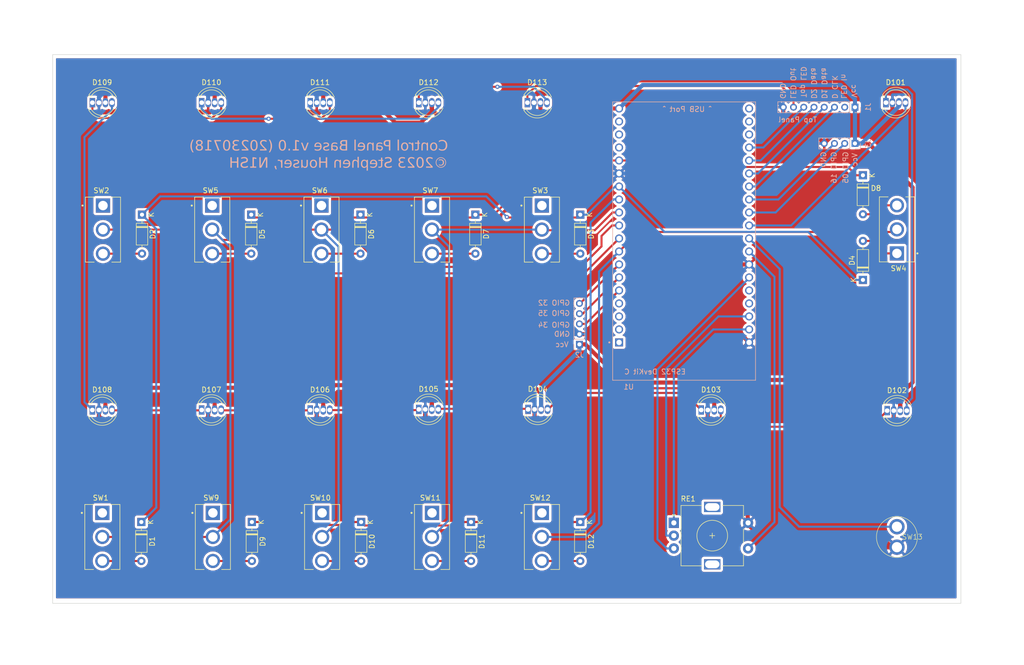
<source format=kicad_pcb>
(kicad_pcb (version 20221018) (generator pcbnew)
  (layers (0 "F.Cu" signal) (31 "B.Cu" signal) (34 "B.Paste" user) (35 "F.Paste" user) (36 "B.SilkS" user "B.Silkscreen") (37 "F.SilkS" user "F.Silkscreen") (38 "B.Mask" user) (39 "F.Mask" user) (44 "Edge.Cuts" user))
  (net 0 "")
  (net 1 "Net-(D3-A)")
  (net 2 "GND")
  (net 3 "VCC")
  (net 14 "/LED Master")
  (net 15 "/Col 0")
  (net 16 "/Col 1")
  (net 17 "/Col 2")
  (net 18 "/Col 3")
  (net 19 "/Display CLK")
  (net 20 "/Display_1 Data")
  (net 21 "/Display_2 Data")
  (net 22 "/TopLED")
  (net 23 "Net-(D101-DO)")
  (net 24 "Net-(D102-DO)")
  (net 25 "Net-(D103-DO)")
  (net 26 "Net-(D104-DO)")
  (net 27 "Net-(D105-DO)")
  (net 28 "Net-(D106-DO)")
  (net 29 "Net-(D107-DO)")
  (net 30 "Net-(D108-DO)")
  (net 31 "Net-(D109-DO)")
  (net 32 "Net-(D110-DO)")
  (net 33 "Net-(D111-DO)")
  (net 34 "Net-(D112-DO)")
  (net 35 "/LED Data")
  (net 36 "/Rotary1 A")
  (net 37 "/Rotary1 B")
  (net 38 "/Rotary1 C")
  (net 39 "/Rotary1 SW")
  (net 40 "/Row 0")
  (net 41 "/Row 1")
  (net 42 "/Row 2")
  (net 52 "/Call Button")
  (net 53 "Net-(D4-A)")
  (net 55 "Net-(D8-A)")
  (net 56 "Net-(D1-A)")
  (net 57 "Net-(D2-A)")
  (net 58 "Net-(D5-A)")
  (net 59 "Net-(D6-A)")
  (net 60 "Net-(D7-A)")
  (net 61 "Net-(D9-A)")
  (net 62 "Net-(D10-A)")
  (net 63 "Net-(D11-A)")
  (net 64 "Net-(D12-A)")
  (net 65 "/LED Data Out")
  (net 66 "/IO34")
  (net 67 "/IO35")
  (net 68 "/IO32")
  (net 69 "/IO5")
  (net 70 "/IO16")
  (footprint "LED_THT:LED_D5.0mm-4_RGB" (layer "F.Cu") (at 212.1795 49.9419)
    (fp_text reference "D101")
    (fp_text value "APA-106-F5")
  )
  (footprint "Diode_THT:D_DO-35_SOD27_P7.62mm_Horizontal" (layer "F.Cu") (at 66.753 131.905 -90)
    (fp_text reference "D1")
    (fp_text value "1N4148")
  )
  (footprint "stephenhouser:RotaryEncoder_Alps_EC11E-Switch_Vertical_H20mm" (layer "F.Cu") (at 170.755 132.072)
    (fp_text reference "RE1")
    (fp_text value "RotaryEncoder_Switch")
  )
  (footprint "LED_THT:LED_D5.0mm-4_RGB" (layer "F.Cu") (at 78.5315 49.9419)
    (fp_text reference "D110")
    (fp_text value "APA-106-F5")
  )
  (footprint "LED_THT:LED_D5.0mm-4_RGB" (layer "F.Cu") (at 57.1955 49.9419)
    (fp_text reference "D109")
    (fp_text value "APA-106-F5")
  )
  (footprint "stephenhouser:SW_Mini_Toggle_100SP1T1B4M2QE" (layer "F.Cu") (at 214.327 74.7069 180)
    (fp_text reference "SW4")
    (fp_text value "SW_SPDT" hide)
  )
  (footprint "Diode_THT:D_DO-35_SOD27_P7.62mm_Horizontal" (layer "F.Cu") (at 152.478 131.905 -90)
    (fp_text reference "D12")
    (fp_text value "1N4148")
  )
  (footprint "stephenhouser:SW_Mini_Toggle_100SP1T1B4M2QE" (layer "F.Cu") (at 144.985 134.826)
    (fp_text reference "SW12")
    (fp_text value "SW_SPDT" hide)
  )
  (footprint "stephenhouser:SW_Mini_Toggle_100SP1T1B4M2QE" (layer "F.Cu") (at 101.932 74.755)
    (fp_text reference "SW6")
    (fp_text value "SW_SPDT" hide)
  )
  (footprint "stephenhouser:SW_Mini_Toggle_100SP1T1B4M2QE" (layer "F.Cu") (at 59.26 74.755)
    (fp_text reference "SW2")
    (fp_text value "SW_SPDT" hide)
  )
  (footprint "Diode_THT:D_DO-35_SOD27_P7.62mm_Horizontal" (layer "F.Cu") (at 109.552 71.835 -90)
    (fp_text reference "D6")
    (fp_text value "1N4148")
  )
  (footprint "Diode_THT:D_DO-35_SOD27_P7.62mm_Horizontal" (layer "F.Cu") (at 152.478 71.835 -90)
    (fp_text reference "D3")
    (fp_text value "1N4148")
  )
  (footprint "Diode_THT:D_DO-35_SOD27_P7.62mm_Horizontal" (layer "F.Cu") (at 88.216 71.835 -90)
    (fp_text reference "D5")
    (fp_text value "1N4148")
  )
  (footprint "stephenhouser:SW_Mini_Toggle_100SP1T1B4M2QE" (layer "F.Cu") (at 102.059 134.826)
    (fp_text reference "SW10")
    (fp_text value "SW_SPDT" hide)
  )
  (footprint "stephenhouser:SW_Mini_Pushbutton_PS1024ALRED" (layer "F.Cu") (at 214.327 134.826)
    (fp_text reference "SW13")
    (fp_text value "SW_Push")
  )
  (footprint "stephenhouser:SW_Mini_Toggle_100SP1T1B4M2QE" (layer "F.Cu") (at 123.522 134.826)
    (fp_text reference "SW11")
    (fp_text value "SW_SPDT" hide)
  )
  (footprint "stephenhouser:SW_Mini_Toggle_100SP1T1B4M2QE" (layer "F.Cu") (at 123.522 74.755)
    (fp_text reference "SW7")
    (fp_text value "SW_SPDT" hide)
  )
  (footprint "LED_THT:LED_D5.0mm-4_RGB" (layer "F.Cu") (at 78.5265 110.0129)
    (fp_text reference "D107")
    (fp_text value "APA-106-F5")
  )
  (footprint "LED_THT:LED_D5.0mm-4_RGB" (layer "F.Cu") (at 120.9495 49.9419)
    (fp_text reference "D112")
    (fp_text value "APA-106-F5")
  )
  (footprint "Diode_THT:D_DO-35_SOD27_P7.62mm_Horizontal" (layer "F.Cu") (at 131.142 131.905 -90)
    (fp_text reference "D11")
    (fp_text value "1N4148")
  )
  (footprint "Diode_THT:D_DO-35_SOD27_P7.62mm_Horizontal" (layer "F.Cu") (at 66.88 71.835 -90)
    (fp_text reference "D2")
    (fp_text value "1N4148")
  )
  (footprint "LED_THT:LED_D5.0mm-4_RGB" (layer "F.Cu") (at 142.1585 49.9419)
    (fp_text reference "D113")
    (fp_text value "APA-106-F5")
  )
  (footprint "LED_THT:LED_D5.0mm-4_RGB" (layer "F.Cu") (at 176.105 110.0129)
    (fp_text reference "D103")
    (fp_text value "APA-106-F5")
  )
  (footprint "Diode_THT:D_DO-35_SOD27_P7.62mm_Horizontal" (layer "F.Cu") (at 207.6855 64.135 -90)
    (fp_text reference "D8")
    (fp_text value "1N4148")
  )
  (footprint "LED_THT:LED_D5.0mm-4_RGB" (layer "F.Cu") (at 212.427 110.1399)
    (fp_text reference "D102")
    (fp_text value "APA-106-F5")
  )
  (footprint "LED_THT:LED_D5.0mm-4_RGB" (layer "F.Cu") (at 99.7405 49.9419)
    (fp_text reference "D111")
    (fp_text value "APA-106-F5")
  )
  (footprint "Diode_THT:D_DO-35_SOD27_P7.62mm_Horizontal" (layer "F.Cu") (at 131.995 71.835 -90)
    (fp_text reference "D7")
    (fp_text value "1N4148")
  )
  (footprint "stephenhouser:SW_Mini_Toggle_100SP1T1B4M2QE" (layer "F.Cu") (at 80.596 74.755)
    (fp_text reference "SW5")
    (fp_text value "SW_SPDT" hide)
  )
  (footprint "Diode_THT:D_DO-35_SOD27_P7.62mm_Horizontal" (layer "F.Cu") (at 207.6855 84.582 90)
    (fp_text reference "D4")
    (fp_text value "1N4148")
  )
  (footprint "LED_THT:LED_D5.0mm-4_RGB" (layer "F.Cu") (at 142.2805 109.8859)
    (fp_text reference "D104")
    (fp_text value "APA-106-F5")
  )
  (footprint "Diode_THT:D_DO-35_SOD27_P7.62mm_Horizontal" (layer "F.Cu") (at 88.343 131.905 -90)
    (fp_text reference "D9")
    (fp_text value "1N4148")
  )
  (footprint "stephenhouser:SW_Mini_Toggle_100SP1T1B4M2QE" (layer "F.Cu") (at 80.723 134.826)
    (fp_text reference "SW9")
    (fp_text value "SW_SPDT" hide)
  )
  (footprint "stephenhouser:SW_Mini_Toggle_100SP1T1B4M2QE" (layer "F.Cu") (at 59.133 134.826)
    (fp_text reference "SW1")
    (fp_text value "SW_SPDT" hide)
  )
  (footprint "LED_THT:LED_D5.0mm-4_RGB" (layer "F.Cu") (at 120.9445 109.8859)
    (fp_text reference "D105")
    (fp_text value "APA-106-F5")
  )
  (footprint "stephenhouser:SW_Mini_Toggle_100SP1T1B4M2QE" (layer "F.Cu") (at 144.985 74.755)
    (fp_text reference "SW3")
    (fp_text value "SW_SPDT" hide)
  )
  (footprint "Diode_THT:D_DO-35_SOD27_P7.62mm_Horizontal" (layer "F.Cu") (at 109.679 131.905 -90)
    (fp_text reference "D10")
    (fp_text value "1N4148")
  )
  (footprint "LED_THT:LED_D5.0mm-4_RGB" (layer "F.Cu") (at 99.7355 110.0129)
    (fp_text reference "D106")
    (fp_text value "APA-106-F5")
  )
  (footprint "LED_THT:LED_D5.0mm-4_RGB" (layer "F.Cu") (at 57.1905 110.0129)
    (fp_text reference "D108")
    (fp_text value "APA-106-F5")
  )
  (footprint "stephenhouser:MCU_ESP32-Devkit-C-32D" (layer "B.Cu") (at 172.7605 77.0449)
    (fp_text reference "U1")
    (fp_text value "MCU_ESP32-Devkit-C-32D")
  )
  (footprint "Connector_PinHeader_2.00mm:PinHeader_1x05_P2.00mm_Vertical" (layer "B.Cu") (at 152.3135 97.186)
    (fp_text reference "J2")
    (fp_text value "Conn_01x05_Socket")
  )
  (footprint "Connector_PinHeader_2.00mm:PinHeader_1x04_P2.00mm_Vertical" (layer "B.Cu") (at 206.1285 57.913 90)
    (fp_text reference "J3")
    (fp_text value "Conn_01x04_Socket")
  )
  (footprint "Connector_PinHeader_2.00mm:PinHeader_1x08_P2.00mm_Vertical" (layer "B.Cu") (at 206.1285 50.8309 90)
    (fp_text reference "J1")
    (fp_text value "Conn_01x08_Socket")
  )
  (gr_rect (start 49.43 40.541) (end 226.824 147.808) (stroke (width 0.1)) (fill none) (layer "Edge.Cuts"))
  (gr_text "Vcc" (at 205.399474 49.022 270) (layer "B.SilkS") (effects (font (size 1 1)) (justify left bottom mirror)))
  (gr_text "Control Panel Base v1.0 (20230718)\n©2023 Stephen Houser, N1SH" (at 126.659474 62.992) (layer "B.SilkS") (effects (font (size 2 2)) (justify left bottom mirror)))
  (gr_text "GND" (at 150.535474 95.758) (layer "B.SilkS") (effects (font (size 1 1)) (justify left bottom mirror)))
  (gr_text "Vcc" (at 206.669474 59.69 90) (layer "B.SilkS") (effects (font (size 1 1)) (justify left bottom mirror)))
  (gr_text "D1 Data" (at 199.557474 49.276 270) (layer "B.SilkS") (effects (font (size 1 1)) (justify left bottom mirror)))
  (gr_text "^ USB Port ^" (at 178.221474 51.816) (layer "B.SilkS") (effects (font (size 1 1)) (justify left bottom mirror)))
  (gr_text "GPIO 05" (at 204.891474 59.436 90) (layer "B.SilkS") (effects (font (size 1 1)) (justify left bottom mirror)))
  (gr_text "GPIO 35" (at 150.535474 91.694) (layer "B.SilkS") (effects (font (size 1 1)) (justify left bottom mirror)))
  (gr_text "D2 Data" (at 197.525474 49.276 270) (layer "B.SilkS") (effects (font (size 1 1)) (justify left bottom mirror)))
  (gr_text "GPIO 16" (at 202.605474 59.436 90) (layer "B.SilkS") (effects (font (size 1 1)) (justify left bottom mirror)))
  (gr_text "LED In" (at 203.367474 49.276 270) (layer "B.SilkS") (effects (font (size 1 1)) (justify left bottom mirror)))
  (gr_text "Top LED" (at 195.493474 49.022 270) (layer "B.SilkS") (effects (font (size 1 1)) (justify left bottom mirror)))
  (gr_text "GND" (at 191.429474 49.276 -90) (layer "B.SilkS") (effects (font (size 1 1)) (justify left bottom mirror)))
  (gr_text "GPIO 32" (at 150.535474 89.662) (layer "B.SilkS") (effects (font (size 1 1)) (justify left bottom mirror)))
  (gr_text "GPIO 34" (at 150.535474 93.98) (layer "B.SilkS") (effects (font (size 1 1)) (justify left bottom mirror)))
  (gr_text "D CLK" (at 201.589474 49.276 270) (layer "B.SilkS") (effects (font (size 1 1)) (justify left bottom mirror)))
  (gr_text "Top Panel" (at 198.795474 53.848) (layer "B.SilkS") (effects (font (size 1 1)) (justify left bottom mirror)))
  (gr_text "LED Out" (at 193.461474 49.276 -90) (layer "B.SilkS") (effects (font (size 1 1)) (justify left bottom mirror)))
  (gr_text "ESP32 DevKit C" (at 173.141474 103.124) (layer "B.SilkS") (effects (font (size 1 1)) (justify left bottom mirror)))
  (gr_text "Vcc" (at 150.281474 97.79) (layer "B.SilkS") (effects (font (size 1 1)) (justify left bottom mirror)))
  (gr_text "GND" (at 200.573474 59.436 90) (layer "B.SilkS") (effects (font (size 1 1)) (justify left bottom mirror)))
  (segment (start 152.478 79.455) (end 144.985 79.455) (width 0.4) (layer "F.Cu") (net 1))
  (segment (start 185.628 131.698) (end 185.255 132.072) (width 0.8) (layer "F.Cu") (net 2))
  (segment (start 194.020274 54.356) (end 196.5715 54.356) (width 0.8) (layer "F.Cu") (net 2))
  (segment (start 213.45 50.7231) (end 213.45 51.741074) (width 0.8) (layer "F.Cu") (net 2))
  (segment (start 102.572 112.979) (end 101.006 111.413) (width 0.8) (layer "F.Cu") (net 2))
  (segment (start 122.2145 110.9355) (end 122.2145 109.8859) (width 0.8) (layer "F.Cu") (net 2))
  (segment (start 213.697 110.1399) (end 213.697 113.368474) (width 0.8) (layer "F.Cu") (net 2))
  (segment (start 185.181 119.219) (end 185.181 131.251) (width 0.8) (layer "F.Cu") (net 2))
  (segment (start 213.45 51.741074) (end 210.835074 54.356) (width 0.8) (layer "F.Cu") (net 2))
  (segment (start 213.4495 50.7226) (end 213.45 50.7231) (width 0.8) (layer "F.Cu") (net 2))
  (segment (start 203.6855 54.356) (end 200.1285 57.913) (width 0.8) (layer "F.Cu") (net 2))
  (segment (start 77.8755 113.284) (end 79.7965 111.363) (width 0.8) (layer "F.Cu") (net 2))
  (segment (start 122.214 111.286) (end 120.521 112.979) (width 0.8) (layer "F.Cu") (net 2))
  (segment (start 185.404174 96.8049) (end 182.387074 99.822) (width 0.8) (layer "F.Cu") (net 2))
  (segment (start 79.7965 110.013) (end 79.7965 111.363) (width 0.8) (layer "F.Cu") (net 2))
  (segment (start 142.305474 112.878) (end 123.806 112.878) (width 0.8) (layer "F.Cu") (net 2))
  (segment (start 213.295074 136.826) (end 214.327 136.826) (width 0.8) (layer "F.Cu") (net 2))
  (segment (start 192.1285 52.464226) (end 194.020274 54.356) (width 0.8) (layer "F.Cu") (net 2))
  (segment (start 214.327 136.826) (end 214.2978 136.8552) (width 0.8) (layer "F.Cu") (net 2))
  (segment (start 181.93 93.2743) (end 184.191 95.535) (width 0.8) (layer "F.Cu") (net 2))
  (segment (start 99.5408 112.878) (end 81.3108 112.878) (width 0.8) (layer "F.Cu") (net 2))
  (segment (start 60.5175 113.284) (end 77.8755 113.284) (width 0.8) (layer "F.Cu") (net 2))
  (segment (start 213.697 113.368474) (end 210.581074 116.4844) (width 0.8) (layer "F.Cu") (net 2))
  (segment (start 181.93 83.769074) (end 181.93 93.2743) (width 0.8) (layer "F.Cu") (net 2))
  (segment (start 123.806 112.878) (end 122.214 111.286) (width 0.8) (layer "F.Cu") (net 2))
  (segment (start 101.0059 110.0129) (end 101.006 110.013) (width 0.8) (layer "F.Cu") (net 2))
  (segment (start 210.581074 116.4844) (end 210.581074 134.112) (width 0.8) (layer "F.Cu") (net 2))
  (segment (start 214.2978 136.8552) (end 189.702274 136.8552) (width 0.8) (layer "F.Cu") (net 2))
  (segment (start 143.5505 109.8859) (end 143.5501 109.8859) (width 0.8) (layer "F.Cu") (net 2))
  (segment (start 196.5715 54.356) (end 200.1285 57.913) (width 0.8) (layer "F.Cu") (net 2))
  (segment (start 143.55 109.886) (end 143.55 111.633474) (width 0.8) (layer "F.Cu") (net 2))
  (segment (start 177.375 110.0129) (end 177.375 110.013) (width 0.8) (layer "F.Cu") (net 2))
  (segment (start 120.521 112.979) (end 102.572 112.979) (width 0.8) (layer "F.Cu") (net 2))
  (segment (start 101.006 110.013) (end 101.006 111.413) (width 0.8) (layer "F.Cu") (net 2))
  (segment (start 122.214 110.936) (end 122.214 110.586) (width 0.8) (layer "F.Cu") (net 2))
  (segment (start 185.4605 81.5649) (end 184.134174 81.5649) (width 0.8) (layer "F.Cu") (net 2))
  (segment (start 185.4605 96.8049) (end 185.404174 96.8049) (width 0.8) (layer "F.Cu") (net 2))
  (segment (start 213.45 50.7231) (end 213.45 50.6419) (width 0.8) (layer "F.Cu") (net 2))
  (segment (start 122.214 110.936) (end 122.2145 110.9355) (width 0.8) (layer "F.Cu") (net 2))
  (segment (start 184.191 95.535) (end 185.46 96.8049) (width 0.8) (layer "F.Cu") (net 2))
  (segment (start 79.7965 110.013) (end 79.7965 110.0129) (width 0.8) (layer "F.Cu") (net 2))
  (segment (start 189.702274 136.8552) (end 185.628 132.780926) (width 0.8) (layer "F.Cu") (net 2))
  (segment (start 153.488 95.186) (end 152.3135 95.186) (width 0.8) (layer "F.Cu") (net 2))
  (segment (start 177.375 111.413) (end 185.181 119.219) (width 0.8) (layer "F.Cu") (net 2))
  (segment (start 81.3108 112.878) (end 79.7965 111.363) (width 0.8) (layer "F.Cu") (net 2))
  (segment (start 122.214 111.286) (end 122.214 110.936) (width 0.8) (layer "F.Cu") (net 2))
  (segment (start 143.5501 109.8859) (end 143.55 109.886) (width 0.8) (layer "F.Cu") (net 2))
  (segment (start 158.124 99.822) (end 153.488 95.186) (width 0.8) (layer "F.Cu") (net 2))
  (segment (start 58.4605 110.013) (end 58.4605 111.227) (width 0.8) (layer "F.Cu") (net 2))
  (segment (start 210.581074 134.112) (end 213.295074 136.826) (width 0.8) (layer "F.Cu") (net 2))
  (segment (start 185.46 96.8049) (end 185.4605 96.8049) (width 0.8) (layer "F.Cu") (net 2))
  (segment (start 177.375 110.013) (end 177.375 111.413) (width 0.8) (layer "F.Cu") (net 2))
  (segment (start 58.4605 111.227) (end 60.5175 113.284) (width 0.8) (layer "F.Cu") (net 2))
  (segment (start 185.181 131.251) (end 185.628 131.698) (width 0.8) (layer "F.Cu") (net 2))
  (segment (start 210.835074 54.356) (end 203.6855 54.356) (width 0.8) (layer "F.Cu") (net 2))
  (segment (start 101.006 111.413) (end 99.5408 112.878) (width 0.8) (layer "F.Cu") (net 2))
  (segment (start 101.0055 110.0129) (end 101.0059 110.0129) (width 0.8) (layer "F.Cu") (net 2))
  (segment (start 184.134174 81.5649) (end 181.93 83.769074) (width 0.8) (layer "F.Cu") (net 2))
  (segment (start 143.55 111.633474) (end 142.305474 112.878) (width 0.8) (layer "F.Cu") (net 2))
  (segment (start 182.387074 99.822) (end 158.124 99.822) (width 0.8) (layer "F.Cu") (net 2))
  (segment (start 192.1285 50.8309) (end 192.1285 52.464226) (width 0.8) (layer "F.Cu") (net 2))
  (segment (start 81.5058 46.8376) (end 79.8015 48.5419) (width 0.8) (layer "B.Cu") (net 2))
  (segment (start 143.55 101.422) (end 149.787 95.186) (width 0.8) (layer "B.Cu") (net 2))
  (segment (start 78.1988 46.9392) (end 79.8015 48.5419) (width 0.8) (layer "B.Cu") (net 2))
  (segment (start 149.787 95.186) (end 152.3135 95.186) (width 0.8) (layer "B.Cu") (net 2))
  (segment (start 60.4163 46.9392) (end 78.1988 46.9392) (width 0.8) (layer "B.Cu") (net 2))
  (segment (start 177.375 104.8904) (end 177.375 110.0129) (width 0.8) (layer "B.Cu") (net 2))
  (segment (start 162.442574 63.7849) (end 160.0605 63.7849) (width 0.8) (layer "B.Cu") (net 2))
  (segment (start 79.8015 49.9419) (end 79.8015 48.5419) (width 0.8) (layer "B.Cu") (net 2))
  (segment (start 143.428 51.2923) (end 143.428 50.1862) (width 0.8) (layer "B.Cu") (net 2))
  (segment (start 143.4285 49.9419) (end 143.428 49.9424) (width 0.8) (layer "B.Cu") (net 2))
  (segment (start 149.976674 92.848674) (end 149.976674 69.7992) (width 0.8) (layer "B.Cu") (net 2))
  (segment (start 101.01 48.5667) (end 102.74 46.8376) (width 0.8) (layer "B.Cu") (net 2))
  (segment (start 120.466 46.8376) (end 122.22 48.5915) (width 0.8) (layer "B.Cu") (net 2))
  (segment (start 99.2814 46.8376) (end 81.5058 46.8376) (width 0.8) (layer "B.Cu") (net 2))
  (segment (start 127.574 47.1424) (end 123.669 47.1424) (width 0.8) (layer "B.Cu") (net 2))
  (segment (start 101.0105 49.9419) (end 101.01 49.9419) (width 0.8) (layer "B.Cu") (net 2))
  (segment (start 152.314 95.186) (end 149.976674 92.848674) (width 0.8) (layer "B.Cu") (net 2))
  (segment (start 143.5505 108.230374) (end 143.5505 109.8859) (width 0.8) (layer "B.Cu") (net 2))
  (segment (start 101.01 48.5667) (end 99.2814 46.8376) (width 0.8) (layer "B.Cu") (net 2))
  (segment (start 143.428 49.9424) (end 143.428 50.1862) (width 0.8) (layer "B.Cu") (net 2))
  (segment (start 133.467 53.0352) (end 127.574 47.1424) (width 0.8) (layer "B.Cu") (net 2))
  (segment (start 123.669 47.1424) (end 122.22 48.5915) (width 0.8) (layer "B.Cu") (net 2))
  (segment (start 143.55 101.422) (end 143.55 108.229874) (width 0.8) (layer "B.Cu") (net 2))
  (segment (start 160.06 63.7849) (end 151.126 63.7849) (width 0.8) (layer "B.Cu") (net 2))
  (segment (start 141.686 53.0352) (end 133.467 53.0352) (width 0.8) (layer "B.Cu") (net 2))
  (segment (start 102.74 46.8376) (end 120.466 46.8376) (width 0.8) (layer "B.Cu") (net 2))
  (segment (start 149.976674 69.7992) (end 151.126 68.649874) (width 0.8) (layer "B.Cu") (net 2))
  (segment (start 177.967474 48.26) (end 162.442574 63.7849) (width 0.8) (layer "B.Cu") (net 2))
  (segment (start 189.5576 48.26) (end 192.1285 50.8309) (width 0.8) (layer "B.Cu") (net 2))
  (segment (start 122.2195 49.9419) (end 122.22 49.9419) (width 0.8) (layer "B.Cu") (net 2))
  (segment (start 143.428 51.2923) (end 141.686 53.0352) (width 0.8) (layer "B.Cu") (net 2))
  (segment (start 101.01 49.9419) (end 101.01 48.5667) (width 0.8) (layer "B.Cu") (net 2))
  (segment (start 58.4655 49.9419) (end 58.4655 48.89) (width 0.8) (layer "B.Cu") (net 2))
  (segment (start 152.3135 95.186) (end 152.314 95.186) (width 0.8) (layer "B.Cu") (net 2))
  (segment (start 122.22 49.9419) (end 122.22 48.5915) (width 0.8) (layer "B.Cu") (net 2))
  (segment (start 143.428 51.2923) (end 151.126 58.9903) (width 0.8) (layer "B.Cu") (net 2))
  (segment (start 143.55 108.229874) (end 143.5505 108.230374) (width 0.8) (layer "B.Cu") (net 2))
  (segment (start 151.126 58.9903) (end 151.126 63.7849) (width 0.8) (layer "B.Cu") (net 2))
  (segment (start 177.967474 48.26) (end 189.5576 48.26) (width 0.8) (layer "B.Cu") (net 2))
  (segment (start 185.4605 96.8049) (end 177.375 104.8904) (width 0.8) (layer "B.Cu") (net 2))
  (segment (start 58.4655 48.89) (end 60.4163 46.9392) (width 0.8) (layer "B.Cu") (net 2))
  (segment (start 151.126 68.649874) (end 151.126 63.7849) (width 0.8) (layer "B.Cu") (net 2))
  (segment (start 81.0715 47.122026) (end 81.0715 48.5419) (width 0.8) (layer "F.Cu") (net 3))
  (segment (start 81.0665 107.314974) (end 81.0665 108.613) (width 0.8) (layer "F.Cu") (net 3))
  (segment (start 214.967 107.018474) (end 214.967 110.1399) (width 0.8) (layer "F.Cu") (net 3))
  (segment (start 102.276 110.013) (end 102.276 109.6635) (width 0.8) (layer "F.Cu") (net 3))
  (segment (start 59.7355 48.5344) (end 62.5499 45.72) (width 0.8) (layer "F.Cu") (net 3))
  (segment (start 123.484 109.398) (end 123.484 109.52) (width 0.8) (layer "F.Cu") (net 3))
  (segment (start 102.276 109.313) (end 102.276 109.314) (width 0.8) (layer "F.Cu") (net 3))
  (segment (start 102.276 109.314) (end 102.276 109.6635) (width 0.8) (layer "F.Cu") (net 3))
  (segment (start 123.49 50.9547) (end 123.4895 50.9542) (width 0.8) (layer "F.Cu") (net 3))
  (segment (start 214.967 107.357526) (end 214.967 110.1399) (width 0.8) (layer "F.Cu") (net 3))
  (segment (start 123.49 51.2923) (end 123.49 51.683474) (width 0.8) (layer "F.Cu") (net 3))
  (segment (start 178.645 107.096263) (end 178.645 108.613) (width 0.8) (layer "F.Cu") (net 3))
  (segment (start 155.584574 51.0849) (end 152.821474 53.848) (width 0.8) (layer "F.Cu") (net 3))
  (segment (start 102.28 48.5419) (end 102.28 47.502526) (width 0.8) (layer "F.Cu") (net 3))
  (segment (start 124.881474 105.156) (end 123.484 106.553474) (width 0.8) (layer "F.Cu") (net 3))
  (segment (start 153.488 97.186) (end 160.95 104.648) (width 0.8) (layer "F.Cu") (net 3))
  (segment (start 143.169474 105.156) (end 124.881474 105.156) (width 0.8) (layer "F.Cu") (net 3))
  (segment (start 144.6985 49.9419) (end 144.6985 50.6414) (width 0.8) (layer "F.Cu") (net 3))
  (segment (start 116.3474 53.848) (end 108.2194 45.72) (width 0.8) (layer "F.Cu") (net 3))
  (segment (start 102.276 109.314) (end 102.276 109.313) (width 0.8) (layer "F.Cu") (net 3))
  (segment (start 81.0715 49.9419) (end 81.0715 48.5419) (width 0.8) (layer "F.Cu") (net 3))
  (segment (start 178.645 107.434737) (end 181.939737 104.14) (width 0.8) (layer "F.Cu") (net 3))
  (segment (start 79.669474 45.72) (end 81.0715 47.122026) (width 0.8) (layer "F.Cu") (net 3))
  (segment (start 61.381474 105.664) (end 79.161474 105.664) (width 0.8) (layer "F.Cu") (net 3))
  (segment (start 121.833474 105.156) (end 123.484 106.806526) (width 0.8) (layer "F.Cu") (net 3))
  (segment (start 62.5499 45.72) (end 79.669474 45.72) (width 0.8) (layer "F.Cu") (net 3))
  (segment (start 123.49 50.9547) (end 123.49 50.6171) (width 0.8) (layer "F.Cu") (net 3))
  (segment (start 160.0605 51.0849) (end 155.584574 51.0849) (width 0.8) (layer "F.Cu") (net 3))
  (segment (start 123.484 108.483) (end 123.484 109.398) (width 0.8) (layer "F.Cu") (net 3))
  (segment (start 123.484 109.52) (end 123.4845 109.5205) (width 0.8) (layer "F.Cu") (net 3))
  (segment (start 102.276 109.313) (end 102.276 108.613) (width 0.8) (layer "F.Cu") (net 3))
  (segment (start 102.276 109.6635) (end 102.276 109.314) (width 0.8) (layer "F.Cu") (net 3))
  (segment (start 126.0457 53.848) (end 142.680687 53.848) (width 0.8) (layer "F.Cu") (net 3))
  (segment (start 217.388274 104.5972) (end 214.967 107.018474) (width 0.8) (layer "F.Cu") (net 3))
  (segment (start 208.804074 57.913) (end 217.388274 66.4972) (width 0.8) (layer "F.Cu") (net 3))
  (segment (start 59.7305 107.314974) (end 61.381474 105.664) (width 0.8) (layer "F.Cu") (net 3))
  (segment (start 144.6985 50.6414) (end 144.698 50.6419) (width 0.8) (layer "F.Cu") (net 3))
  (segment (start 123.49 51.2923) (end 126.0457 53.848) (width 0.8) (layer "F.Cu") (net 3))
  (segment (start 123.4845 109.5205) (end 123.4845 109.8859) (width 0.8) (layer "F.Cu") (net 3))
  (segment (start 102.276 106.934526) (end 101.005474 105.664) (width 0.8) (layer "F.Cu") (net 3))
  (segment (start 83.8934 45.72) (end 81.0715 48.5419) (width 0.8) (layer "F.Cu") (net 3))
  (segment (start 100.497474 45.72) (end 83.8934 45.72) (width 0.8) (layer "F.Cu") (net 3))
  (segment (start 102.28 48.5419) (end 102.28 49.2419) (width 0.8) (layer "F.Cu") (net 3))
  (segment (start 152.3135 97.186) (end 153.488 97.186) (width 0.8) (layer "F.Cu") (net 3))
  (segment (start 176.196737 104.648) (end 178.645 107.096263) (width 0.8) (layer "F.Cu") (net 3))
  (segment (start 178.645 110.0129) (end 178.645 108.613) (width 0.8) (layer "F.Cu") (net 3))
  (segment (start 123.484 109.52) (end 123.484 109.642) (width 0.8) (layer "F.Cu") (net 3))
  (segment (start 102.2805 49.9419) (end 102.28 49.9414) (width 0.8) (layer "F.Cu") (net 3))
  (segment (start 144.698 51.3419) (end 144.698 50.6419) (width 0.8) (layer "F.Cu") (net 3))
  (segment (start 144.82 109.528) (end 144.82 106.806526) (width 0.8) (layer "F.Cu") (net 3))
  (segment (start 123.484 106.806526) (end 123.484 108.483) (width 0.8) (layer "F.Cu") (net 3))
  (segment (start 102.28 49.9414) (end 102.28 49.2419) (width 0.8) (layer "F.Cu") (net 3))
  (segment (start 105.1019 45.72) (end 102.28 48.5419) (width 0.8) (layer "F.Cu") (net 3))
  (segment (start 211.749474 104.14) (end 214.967 107.357526) (width 0.8) (layer "F.Cu") (net 3))
  (segment (start 102.28 47.502526) (end 100.497474 45.72) (width 0.8) (layer "F.Cu") (net 3))
  (segment (start 59.7305 110.0129) (end 59.7305 107.314974) (width 0.8) (layer "F.Cu") (net 3))
  (segment (start 108.2194 45.72) (end 105.1019 45.72) (width 0.8) (layer "F.Cu") (net 3))
  (segment (start 121.325474 53.848) (end 116.3474 53.848) (width 0.8) (layer "F.Cu") (net 3))
  (segment (start 144.82 106.806526) (end 143.169474 105.156) (width 0.8) (layer "F.Cu") (net 3))
  (segment (start 160.95 104.648) (end 176.196737 104.648) (width 0.8) (layer "F.Cu") (net 3))
  (segment (start 147.2041 53.848) (end 144.698 51.3419) (width 0.8) (layer "F.Cu") (net 3))
  (segment (start 102.276 108.613) (end 102.276 106.934526) (width 0.8) (layer "F.Cu") (net 3))
  (segment (start 82.717474 105.664) (end 81.0665 107.314974) (width 0.8) (layer "F.Cu") (net 3))
  (segment (start 81.0665 107.569026) (end 81.0665 108.613) (width 0.8) (layer "F.Cu") (net 3))
  (segment (start 81.0665 110.0129) (end 81.0665 108.613) (width 0.8) (layer "F.Cu") (net 3))
  (segment (start 123.484 106.553474) (end 123.484 108.483) (width 0.8) (layer "F.Cu") (net 3))
  (segment (start 144.698 51.830687) (end 144.698 51.3419) (width 0.8) (layer "F.Cu") (net 3))
  (segment (start 102.276 108.613) (end 102.276 107.441474) (width 0.8) (layer "F.Cu") (net 3))
  (segment (start 217.388274 66.4972) (end 217.388274 104.5972) (width 0.8) (layer "F.Cu") (net 3))
  (segment (start 101.005474 105.664) (end 82.717474 105.664) (width 0.8) (layer "F.Cu") (net 3))
  (segment (start 123.49 51.683474) (end 121.325474 53.848) (width 0.8) (layer "F.Cu") (net 3))
  (segment (start 152.821474 53.848) (end 147.2041 53.848) (width 0.8) (layer "F.Cu") (net 3))
  (segment (start 104.561474 105.156) (end 121.833474 105.156) (width 0.8) (layer "F.Cu") (net 3))
  (segment (start 142.680687 53.848) (end 144.698 51.830687) (width 0.8) (layer "F.Cu") (net 3))
  (segment (start 206.1285 57.913) (end 208.804074 57.913) (width 0.8) (layer "F.Cu") (net 3))
  (segment (start 102.276 109.6635) (end 102.276 110.013) (width 0.8) (layer "F.Cu") (net 3))
  (segment (start 181.939737 104.14) (end 211.749474 104.14) (width 0.8) (layer "F.Cu") (net 3))
  (segment (start 79.161474 105.664) (end 81.0665 107.569026) (width 0.8) (layer "F.Cu") (net 3))
  (segment (start 102.2755 109.664) (end 102.2755 110.0129) (width 0.8) (layer "F.Cu") (net 3))
  (segment (start 123.4895 50.9542) (end 123.4895 49.9419) (width 0.8) (layer "F.Cu") (net 3))
  (segment (start 102.276 109.6635) (end 102.2755 109.664) (width 0.8) (layer "F.Cu") (net 3))
  (segment (start 59.7355 49.9419) (end 59.7355 48.5344) (width 0.8) (layer "F.Cu") (net 3))
  (segment (start 178.645 108.613) (end 178.645 107.434737) (width 0.8) (layer "F.Cu") (net 3))
  (segment (start 123.49 51.2923) (end 123.49 50.9547) (width 0.8) (layer "F.Cu") (net 3))
  (segment (start 123.484 108.483) (end 123.484 109.398) (width 0.8) (layer "F.Cu") (net 3))
  (segment (start 102.276 107.441474) (end 104.561474 105.156) (width 0.8) (layer "F.Cu") (net 3))
  (segment (start 160.06 51.0849) (end 161.989 49.1558) (width 0.8) (layer "B.Cu") (net 3))
  (segment (start 207.448532 57.913) (end 214.7195 50.642032) (width 0.8) (layer "B.Cu") (net 3))
  (segment (start 152.3135 97.186) (end 152.314 97.1865) (width 0.8) (layer "B.Cu") (net 3))
  (segment (start 161.989 49.1558) (end 160.06 51.0847) (width 0.8) (layer "B.Cu") (net 3))
  (segment (start 160.0605 51.0849) (end 160.06 51.0849) (width 0.8) (layer "B.Cu") (net 3))
  (segment (start 206.1285 49.293826) (end 206.1285 50.8309) (width 0.8) (layer "B.Cu") (net 3))
  (segment (start 144.82 105.854) (end 152.314 98.361) (width 0.8) (layer "B.Cu") (net 3))
  (segment (start 206.1285 57.913) (end 207.448532 57.913) (width 0.8) (layer "B.Cu") (net 3))
  (segment (start 144.82 109.3859) (end 144.82 107.934) (width 0.8) (layer "B.Cu") (net 3))
  (segment (start 160.06 51.0847) (end 160.06 51.0849) (width 0.8) (layer "B.Cu") (net 3))
  (segment (start 152.314 97.1865) (end 152.314 97.7735) (width 0.8) (layer "B.Cu") (net 3))
  (segment (start 203.316674 46.482) (end 206.1285 49.293826) (width 0.8) (layer "B.Cu") (net 3))
  (segment (start 144.82 107.934) (end 144.82 109.3859) (width 0.8) (layer "B.Cu") (net 3))
  (segment (start 144.82 109.3859) (end 144.8205 109.3864) (width 0.8) (layer "B.Cu") (net 3))
  (segment (start 214.7195 50.642032) (end 214.7195 49.9419) (width 0.8) (layer "B.Cu") (net 3))
  (segment (start 164.6628 46.482) (end 203.316674 46.482) (width 0.8) (layer "B.Cu") (net 3))
  (segment (start 161.989 49.1558) (end 164.6628 46.482) (width 0.8) (layer "B.Cu") (net 3))
  (segment (start 144.82 107.934) (end 144.82 105.854) (width 0.8) (layer "B.Cu") (net 3))
  (segment (start 152.314 98.361) (end 152.314 97.7735) (width 0.8) (layer "B.Cu") (net 3))
  (segment (start 206.1285 57.913) (end 206.1285 50.8309) (width 0.8) (layer "B.Cu") (net 3))
  (segment (start 193.669792 73.9449) (end 215.9895 51.625192) (width 0.4) (layer "B.Cu") (net 14))
  (segment (start 185.4605 73.9449) (end 193.669792 73.9449) (width 0.4) (layer "B.Cu") (net 14))
  (segment (start 215.9895 51.625192) (end 215.9895 49.9419) (width 0.4) (layer "B.Cu") (net 14))
  (segment (start 80.723 134.826) (end 59.133 134.826) (width 0.4) (layer "F.Cu") (net 15))
  (segment (start 88.711887 76.7588) (end 95.265087 83.312) (width 0.4) (layer "F.Cu") (net 15))
  (segment (start 159.231 77.3148) (end 160.06 76.4849) (width 0.4) (layer "F.Cu") (net 15))
  (segment (start 153.2328 83.312) (end 159.23 77.3148) (width 0.4) (layer "F.Cu") (net 15))
  (segment (start 82.5998 76.7588) (end 88.711887 76.7588) (width 0.4) (layer "F.Cu") (net 15))
  (segment (start 159.23 77.3148) (end 159.231 77.3148) (width 0.4) (layer "F.Cu") (net 15))
  (segment (start 95.265087 83.312) (end 153.2328 83.312) (width 0.4) (layer "F.Cu") (net 15))
  (segment (start 160.06 76.4849) (end 159.23 77.3148) (width 0.4) (layer "F.Cu") (net 15))
  (segment (start 80.596 74.755) (end 82.5998 76.7588) (width 0.4) (layer "F.Cu") (net 15))
  (segment (start 160.0605 76.4849) (end 160.06 76.4849) (width 0.4) (layer "F.Cu") (net 15))
  (segment (start 84.1399 131.409) (end 84.1399 78.2989) (width 0.4) (layer "B.Cu") (net 15))
  (segment (start 80.723 134.826) (end 84.1399 131.409) (width 0.4) (layer "B.Cu") (net 15))
  (segment (start 84.1399 78.2989) (end 80.596 74.755) (width 0.4) (layer "B.Cu") (net 15))
  (segment (start 85.3365 74.755) (end 101.932 74.755) (width 0.4) (layer "F.Cu") (net 16))
  (segment (start 106.62 74.755) (end 101.932 74.755) (width 0.4) (layer "F.Cu") (net 16))
  (segment (start 83.0731 72.4916) (end 85.3365 74.755) (width 0.4) (layer "F.Cu") (net 16))
  (segment (start 152.6182 82.042) (end 113.907 82.042) (width 0.4) (layer "F.Cu") (net 16))
  (segment (start 72.9681 74.755) (end 75.2315 72.4916) (width 0.4) (layer "F.Cu") (net 16))
  (segment (start 156.631474 75.996426) (end 156.631474 78.028726) (width 0.4) (layer "F.Cu") (net 16))
  (segment (start 59.26 74.755) (end 72.9681 74.755) (width 0.4) (layer "F.Cu") (net 16))
  (segment (start 158.683 73.9449) (end 156.631474 75.996426) (width 0.4) (layer "F.Cu") (net 16))
  (segment (start 156.631474 78.028726) (end 152.6182 82.042) (width 0.4) (layer "F.Cu") (net 16))
  (segment (start 113.907 82.042) (end 106.62 74.755) (width 0.4) (layer "F.Cu") (net 16))
  (segment (start 160.0605 73.9449) (end 158.683 73.9449) (width 0.4) (layer "F.Cu") (net 16))
  (segment (start 75.2315 72.4916) (end 83.0731 72.4916) (width 0.4) (layer "F.Cu") (net 16))
  (segment (start 102.059 134.826) (end 105.273 131.612) (width 0.4) (layer "B.Cu") (net 16))
  (segment (start 105.273 78.0957) (end 101.932 74.755) (width 0.4) (layer "B.Cu") (net 16))
  (segment (start 105.273 131.612) (end 105.273 78.0957) (width 0.4) (layer "B.Cu") (net 16))
  (segment (start 160.06 71.4049) (end 158.785 71.4049) (width 0.4) (layer "F.Cu") (net 17))
  (segment (start 145.109 74.8792) (end 144.985 74.755) (width 0.4) (layer "F.Cu") (net 17))
  (segment (start 160.06 71.4049) (end 160.0605 71.4049) (width 0.4) (layer "F.Cu") (net 17))
  (segment (start 155.311 74.8792) (end 145.109 74.8792) (width 0.4) (layer "F.Cu") (net 17))
  (segment (start 158.785 71.4049) (end 155.311 74.8792) (width 0.4) (layer "F.Cu") (net 17))
  (segment (start 125.758 76.991) (end 126.863 78.0957) (width 0.4) (layer "B.Cu") (net 17))
  (segment (start 126.863 78.0957) (end 126.863 131.485) (width 0.4) (layer "B.Cu") (net 17))
  (segment (start 123.522 74.755) (end 125.758 76.991) (width 0.4) (layer "B.Cu") (net 17))
  (segment (start 144.985 74.755) (end 123.522 74.755) (width 0.4) (layer "B.Cu") (net 17))
  (segment (start 126.863 131.485) (end 123.522 134.826) (width 0.4) (layer "B.Cu") (net 17))
  (segment (start 213.819 75.2149) (end 163.87 75.2149) (width 0.4) (layer "F.Cu") (net 18))
  (segment (start 214.327 74.7069) (end 213.819 75.2149) (width 0.4) (layer "F.Cu") (net 18))
  (segment (start 163.87 75.2149) (end 160.06 79.0244) (width 0.4) (layer "F.Cu") (net 18))
  (segment (start 160.06 79.0244) (end 160.0605 79.0249) (width 0.4) (layer "F.Cu") (net 18))
  (segment (start 153.479074 134.826) (end 156.142 132.163074) (width 0.4) (layer "B.Cu") (net 18))
  (segment (start 160.06 79.0249) (end 159.23 79.8548) (width 0.4) (layer "B.Cu") (net 18))
  (segment (start 159.231 79.8548) (end 160.06 79.0249) (width 0.4) (layer "B.Cu") (net 18))
  (segment (start 160.0605 79.0249) (end 160.06 79.0249) (width 0.4) (layer "B.Cu") (net 18))
  (segment (start 159.23 79.8548) (end 159.231 79.8548) (width 0.4) (layer "B.Cu") (net 18))
  (segment (start 144.985 134.826) (end 153.479074 134.826) (width 0.4) (layer "B.Cu") (net 18))
  (segment (start 156.142 82.9429) (end 159.23 79.8548) (width 0.4) (layer "B.Cu") (net 18))
  (segment (start 156.142 132.163074) (end 156.142 82.9429) (width 0.4) (layer "B.Cu") (net 18))
  (segment (start 185.4605 66.3249) (end 186.634 66.3249) (width 0.4) (layer "B.Cu") (net 19))
  (segment (start 202.1285 50.8309) (end 202.1282 50.8309) (width 0.4) (layer "B.Cu") (net 19))
  (segment (start 202.1282 50.8309) (end 201.516 51.4431) (width 0.4) (layer "B.Cu") (net 19))
  (segment (start 186.634 66.3249) (end 201.516 51.4431) (width 0.4) (layer "B.Cu") (net 19))
  (segment (start 187.174 63.7849) (end 199.516 51.4431) (width 0.4) (layer "B.Cu") (net 20))
  (segment (start 185.4605 63.7849) (end 187.174 63.7849) (width 0.4) (layer "B.Cu") (net 20))
  (segment (start 200.1285 50.8309) (end 200.1282 50.8309) (width 0.4) (layer "B.Cu") (net 20))
  (segment (start 200.1282 50.8309) (end 199.516 51.4431) (width 0.4) (layer "B.Cu") (net 20))
  (segment (start 187.714 61.2449) (end 197.516 51.4431) (width 0.4) (layer "B.Cu") (net 21))
  (segment (start 198.1285 50.8309) (end 198.1282 50.8309) (width 0.4) (layer "B.Cu") (net 21))
  (segment (start 185.4605 61.2449) (end 187.714 61.2449) (width 0.4) (layer "B.Cu") (net 21))
  (segment (start 198.1282 50.8309) (end 197.516 51.4431) (width 0.4) (layer "B.Cu") (net 21))
  (segment (start 196.1285 50.8309) (end 196.1282 50.8309) (width 0.4) (layer "B.Cu") (net 22))
  (segment (start 185.4605 58.7049) (end 188.254 58.7049) (width 0.4) (layer "B.Cu") (net 22))
  (segment (start 196.1282 50.8309) (end 195.516 51.4431) (width 0.4) (layer "B.Cu") (net 22))
  (segment (start 188.254 58.7049) (end 195.516 51.4431) (width 0.4) (layer "B.Cu") (net 22))
  (segment (start 217.286674 107.690326) (end 217.286674 48.310874) (width 0.4) (layer "B.Cu") (net 23))
  (segment (start 216.3722 47.3964) (end 213.121437 47.3964) (width 0.4) (layer "B.Cu") (net 23))
  (segment (start 216.237 108.74) (end 217.286674 107.690326) (width 0.4) (layer "B.Cu") (net 23))
  (segment (start 212.1795 48.338337) (end 212.1795 49.9419) (width 0.4) (layer "B.Cu") (net 23))
  (segment (start 216.237 110.1399) (end 216.237 108.74) (width 0.4) (layer "B.Cu") (net 23))
  (segment (start 217.286674 48.310874) (end 216.3722 47.3964) (width 0.4) (layer "B.Cu") (net 23))
  (segment (start 213.121437 47.3964) (end 212.1795 48.338337) (width 0.4) (layer "B.Cu") (net 23))
  (segment (start 179.915 111.413) (end 179.915 110.013) (width 0.4) (layer "F.Cu") (net 24))
  (segment (start 181.786 113.284) (end 179.915 111.413) (width 0.4) (layer "F.Cu") (net 24))
  (segment (start 209.283 113.284) (end 181.786 113.284) (width 0.4) (layer "F.Cu") (net 24))
  (segment (start 212.427 110.14) (end 209.283 113.284) (width 0.4) (layer "F.Cu") (net 24))
  (segment (start 149.423 106.68) (end 172.772 106.68) (width 0.4) (layer "F.Cu") (net 25))
  (segment (start 146.154 109.949) (end 149.423 106.68) (width 0.4) (layer "F.Cu") (net 25))
  (segment (start 172.772 106.68) (end 174.438 108.346) (width 0.4) (layer "F.Cu") (net 25))
  (segment (start 174.438 108.346) (end 176.105 110.013) (width 0.4) (layer "F.Cu") (net 25))
  (segment (start 124.862 109.779) (end 124.835 109.8055) (width 0.4) (layer "F.Cu") (net 26))
  (segment (start 124.835 109.8055) (end 124.808 109.832) (width 0.4) (layer "F.Cu") (net 26))
  (segment (start 124.8349 109.8055) (end 124.7545 109.8859) (width 0.4) (layer "F.Cu") (net 26))
  (segment (start 124.835 109.8055) (end 124.8349 109.8055) (width 0.4) (layer "F.Cu") (net 26))
  (segment (start 142.046 109.779) (end 124.862 109.779) (width 0.4) (layer "F.Cu") (net 26))
  (segment (start 120.798 110.033) (end 103.565 110.033) (width 0.4) (layer "F.Cu") (net 27))
  (segment (start 120.9445 109.8859) (end 120.871 109.9594) (width 0.4) (layer "F.Cu") (net 27))
  (segment (start 120.871 109.9594) (end 120.871 109.96) (width 0.4) (layer "F.Cu") (net 27))
  (segment (start 120.871 109.96) (end 120.798 110.033) (width 0.4) (layer "F.Cu") (net 27))
  (segment (start 99.7355 110.013) (end 99.6648 110.084) (width 0.4) (layer "F.Cu") (net 28))
  (segment (start 99.6648 110.084) (end 82.4072 110.084) (width 0.4) (layer "F.Cu") (net 28))
  (segment (start 99.7355 110.013) (end 99.7355 110.0129) (width 0.4) (layer "F.Cu") (net 28))
  (segment (start 61.0712 110.084) (end 78.4558 110.084) (width 0.4) (layer "F.Cu") (net 29))
  (segment (start 56.4158 109.2382) (end 56.4158 109.238) (width 0.4) (layer "B.Cu") (net 30))
  (segment (start 61.0055 49.9419) (end 61.0055 51.3419) (width 0.4) (layer "B.Cu") (net 30))
  (segment (start 61.0055 51.3419) (end 55.6411 56.7063) (width 0.4) (layer "B.Cu") (net 30))
  (segment (start 57.1905 110.0129) (end 56.4158 109.2382) (width 0.4) (layer "B.Cu") (net 30))
  (segment (start 55.6411 108.463) (end 56.4158 109.238) (width 0.4) (layer "B.Cu") (net 30))
  (segment (start 55.6411 56.7063) (end 55.6411 108.463) (width 0.4) (layer "B.Cu") (net 30))
  (segment (start 57.1955 51.694026) (end 58.435074 52.9336) (width 0.4) (layer "F.Cu") (net 31))
  (segment (start 82.3415 51.175974) (end 82.3415 49.9419) (width 0.4) (layer "F.Cu") (net 31))
  (segment (start 80.583874 52.9336) (end 82.3415 51.175974) (width 0.4) (layer "F.Cu") (net 31))
  (segment (start 58.435074 52.9336) (end 80.583874 52.9336) (width 0.4) (layer "F.Cu") (net 31))
  (segment (start 57.1955 49.9419) (end 57.1955 51.694026) (width 0.4) (layer "F.Cu") (net 31))
  (segment (start 101.86911 53.086) (end 103.55 51.40511) (width 0.4) (layer "F.Cu") (net 32))
  (segment (start 103.55 51.40511) (end 103.55 50.7341) (width 0.4) (layer "F.Cu") (net 32))
  (segment (start 91.607474 53.086) (end 101.86911 53.086) (width 0.4) (layer "F.Cu") (net 32))
  (segment (start 103.55 50.7341) (end 103.5505 50.7336) (width 0.4) (layer "F.Cu") (net 32))
  (segment (start 103.55 50.7341) (end 103.55 50.47) (width 0.4) (layer "F.Cu") (net 32))
  (segment (start 103.5505 50.7336) (end 103.5505 49.9419) (width 0.4) (layer "F.Cu") (net 32))
  (via (at 91.607474 53.086) (size 0.8) (drill 0.4) (layers "F.Cu" "B.Cu") (net 32))
  (segment (start 78.5315 51.1352) (end 78.5315 49.9419) (width 0.4) (layer "B.Cu") (net 32))
  (segment (start 80.4823 53.086) (end 78.5315 51.1352) (width 0.4) (layer "B.Cu") (net 32))
  (segment (start 91.607474 53.086) (end 80.4823 53.086) (width 0.4) (layer "B.Cu") (net 32))
  (segment (start 124.76 50.6007) (end 124.76 50.3811) (width 0.4) (layer "B.Cu") (net 33))
  (segment (start 99.7405 50.9066) (end 101.92 53.086) (width 0.4) (layer "B.Cu") (net 33))
  (segment (start 124.76 50.8204) (end 124.76 50.6007) (width 0.4) (layer "B.Cu") (net 33))
  (segment (start 122.494 53.086) (end 124.76 50.8204) (width 0.4) (layer "B.Cu") (net 33))
  (segment (start 124.76 50.6007) (end 124.7595 50.6002) (width 0.4) (layer "B.Cu") (net 33))
  (segment (start 99.7405 49.9419) (end 99.7405 50.9066) (width 0.4) (layer "B.Cu") (net 33))
  (segment (start 101.92 53.086) (end 122.494 53.086) (width 0.4) (layer "B.Cu") (net 33))
  (segment (start 124.7595 50.6002) (end 124.7595 49.9419) (width 0.4) (layer "B.Cu") (net 33))
  (segment (start 120.9495 49.3058) (end 120.9495 49.9419) (width 0.4) (layer "F.Cu") (net 34))
  (segment (start 120.95 47.848189) (end 120.95 49.3053) (width 0.4) (layer "F.Cu") (net 34))
  (segment (start 136.294 46.8376) (end 121.960589 46.8376) (width 0.4) (layer "F.Cu") (net 34))
  (segment (start 120.95 49.3053) (end 120.95 49.5175) (width 0.4) (layer "F.Cu") (net 34))
  (segment (start 120.95 49.3053) (end 120.9495 49.3058) (width 0.4) (layer "F.Cu") (net 34))
  (segment (start 121.960589 46.8376) (end 120.95 47.848189) (width 0.4) (layer "F.Cu") (net 34))
  (via (at 136.294 46.8376) (size 0.8) (drill 0.4) (layers "F.Cu" "B.Cu") (net 34))
  (segment (start 145.968 49.5757) (end 145.9685 49.5762) (width 0.4) (layer "B.Cu") (net 34))
  (segment (start 145.9685 49.5762) (end 145.9685 49.9419) (width 0.4) (layer "B.Cu") (net 34))
  (segment (start 145.968 49.5757) (end 145.968 49.6976) (width 0.4) (layer "B.Cu") (net 34))
  (segment (start 143.352 46.8376) (end 145.968 49.4539) (width 0.4) (layer "B.Cu") (net 34))
  (segment (start 145.968 49.4539) (end 145.968 49.5757) (width 0.4) (layer "B.Cu") (net 34))
  (segment (start 136.294 46.8376) (end 143.352 46.8376) (width 0.4) (layer "B.Cu") (net 34))
  (segment (start 143.819602 46.6852) (end 142.158 48.346802) (width 0.4) (layer "F.Cu") (net 35))
  (segment (start 142.158 49.5759) (end 142.1585 49.5764) (width 0.4) (layer "F.Cu") (net 35))
  (segment (start 194.1285 50.8309) (end 194.1285 49.079426) (width 0.4) (layer "F.Cu") (net 35))
  (segment (start 194.1285 49.079426) (end 191.734274 46.6852) (width 0.4) (layer "F.Cu") (net 35))
  (segment (start 142.158 48.346802) (end 142.158 49.5759) (width 0.4) (layer "F.Cu") (net 35))
  (segment (start 142.158 49.5759) (end 142.158 49.6979) (width 0.4) (layer "F.Cu") (net 35))
  (segment (start 191.734274 46.6852) (end 143.819602 46.6852) (width 0.4) (layer "F.Cu") (net 35))
  (segment (start 142.1585 49.5764) (end 142.1585 49.9419) (width 0.4) (layer "F.Cu") (net 35))
  (segment (start 178.444574 94.2649) (end 185.4605 94.2649) (width 0.4) (layer "B.Cu") (net 36))
  (segment (start 170.755 101.954474) (end 178.444574 94.2649) (width 0.4) (layer "B.Cu") (net 36))
  (segment (start 170.755 132.072) (end 170.755 101.954474) (width 0.4) (layer "B.Cu") (net 36))
  (segment (start 185.4605 84.200974) (end 185.4605 84.1049) (width 0.4) (layer "B.Cu") (net 37))
  (segment (start 170.755 137.072) (end 169.340787 137.072) (width 0.4) (layer "B.Cu") (net 37))
  (segment (start 167.553474 102.108) (end 185.4605 84.200974) (width 0.4) (layer "B.Cu") (net 37))
  (segment (start 167.553474 135.284687) (end 167.553474 102.108) (width 0.4) (layer "B.Cu") (net 37))
  (segment (start 169.340787 137.072) (end 167.553474 135.284687) (width 0.4) (layer "B.Cu") (net 37))
  (segment (start 169.255 101.930474) (end 179.460574 91.7249) (width 0.4) (layer "B.Cu") (net 38))
  (segment (start 169.255 134.486213) (end 169.255 101.930474) (width 0.4) (layer "B.Cu") (net 38))
  (segment (start 169.340787 134.572) (end 169.255 134.486213) (width 0.4) (layer "B.Cu") (net 38))
  (segment (start 179.460574 91.7249) (end 185.4605 91.7249) (width 0.4) (layer "B.Cu") (net 38))
  (segment (start 170.755 134.572) (end 169.340787 134.572) (width 0.4) (layer "B.Cu") (net 38))
  (segment (start 185.255 137.072) (end 190.413474 131.913526) (width 0.4) (layer "B.Cu") (net 39))
  (segment (start 190.413474 83.977874) (end 185.4605 79.0249) (width 0.4) (layer "B.Cu") (net 39))
  (segment (start 190.413474 131.913526) (end 190.413474 83.977874) (width 0.4) (layer "B.Cu") (net 39))
  (segment (start 138.140274 72.2884) (end 138.241874 72.39) (width 0.4) (layer "F.Cu") (net 40))
  (segment (start 138.241874 72.39) (end 151.923 72.39) (width 0.4) (layer "F.Cu") (net 40))
  (segment (start 151.923 72.39) (end 152.478 71.835) (width 0.4) (layer "F.Cu") (net 40))
  (via (at 138.140274 72.2884) (size 0.8) (drill 0.4) (layers "F.Cu" "B.Cu") (net 40))
  (segment (start 66.88 71.835) (end 66.88 71.843326) (width 0.4) (layer "B.Cu") (net 40))
  (segment (start 160.0605 66.3249) (end 160.06 66.3249) (width 0.4) (layer "B.Cu") (net 40))
  (segment (start 160.06 66.3249) (end 168.9191 75.184) (width 0.4) (layer "B.Cu") (net 40))
  (segment (start 138.140274 72.2884) (end 134.119374 68.2675) (width 0.4) (layer "B.Cu") (net 40))
  (segment (start 66.88 71.843326) (end 69.6619 74.625226) (width 0.4) (layer "B.Cu") (net 40))
  (segment (start 159.288 66.3249) (end 160.06 66.3249) (width 0.4) (layer "B.Cu") (net 40))
  (segment (start 196.988 75.184) (end 206.386 84.582) (width 0.4) (layer "B.Cu") (net 40))
  (segment (start 66.839674 131.905) (end 66.753 131.905) (width 0.4) (layer "B.Cu") (net 40))
  (segment (start 103.7195 68.2675) (end 70.4475 68.2675) (width 0.4) (layer "B.Cu") (net 40))
  (segment (start 103.778 68.326) (end 103.7195 68.2675) (width 0.4) (layer "B.Cu") (net 40))
  (segment (start 152.478 71.835) (end 153.778 71.835) (width 0.4) (layer "B.Cu") (net 40))
  (segment (start 153.778 71.835) (end 159.288 66.3249) (width 0.4) (layer "B.Cu") (net 40))
  (segment (start 134.119374 68.2675) (end 121.793 68.2675) (width 0.4) (layer "B.Cu") (net 40))
  (segment (start 121.793 68.2675) (end 121.7345 68.326) (width 0.4) (layer "B.Cu") (net 40))
  (segment (start 121.7345 68.326) (end 103.778 68.326) (width 0.4) (layer "B.Cu") (net 40))
  (segment (start 206.386 84.582) (end 207.6855 84.582) (width 0.4) (layer "B.Cu") (net 40))
  (segment (start 168.9191 75.184) (end 196.988 75.184) (width 0.4) (layer "B.Cu") (net 40))
  (segment (start 70.4475 68.2675) (end 66.88 71.835) (width 0.4) (layer "B.Cu") (net 40))
  (segment (start 69.6619 129.082774) (end 66.839674 131.905) (width 0.4) (layer "B.Cu") (net 40))
  (segment (start 69.6619 74.625226) (end 69.6619 129.082774) (width 0.4) (layer "B.Cu") (net 40))
  (segment (start 131.4405 72.39) (end 110.1075 72.39) (width 0.4) (layer "F.Cu") (net 41))
  (segment (start 160.06 61.2449) (end 167.584374 61.2449) (width 0.4) (layer "F.Cu") (net 41))
  (segment (start 160.06 61.2449) (end 160.0605 61.2449) (width 0.4) (layer "F.Cu") (net 41))
  (segment (start 108.9965 72.39) (end 88.771 72.39) (width 0.4) (layer "F.Cu") (net 41))
  (segment (start 88.771 72.39) (end 88.2735 71.8925) (width 0.4) (layer "F.Cu") (net 41))
  (segment (start 204.765 62.5149) (end 206.386 64.135) (width 0.4) (layer "F.Cu") (net 41))
  (segment (start 168.854374 62.5149) (end 204.765 62.5149) (width 0.4) (layer "F.Cu") (net 41))
  (segment (start 109.494 71.8925) (end 108.9965 72.39) (width 0.4) (layer "F.Cu") (net 41))
  (segment (start 131.938 71.8925) (end 131.4405 72.39) (width 0.4) (layer "F.Cu") (net 41))
  (segment (start 135.596474 71.835) (end 146.186574 61.2449) (width 0.4) (layer "F.Cu") (net 41))
  (segment (start 167.584374 61.2449) (end 168.854374 62.5149) (width 0.4) (layer "F.Cu") (net 41))
  (segment (start 110.1075 72.39) (end 109.61 71.8925) (width 0.4) (layer "F.Cu") (net 41))
  (segment (start 146.186574 61.2449) (end 160.06 61.2449) (width 0.4) (layer "F.Cu") (net 41))
  (segment (start 206.386 64.135) (end 207.6855 64.135) (width 0.4) (layer "F.Cu") (net 41))
  (segment (start 131.995 71.835) (end 135.596474 71.835) (width 0.4) (layer "F.Cu") (net 41))
  (segment (start 152.478 131.905) (end 151.178 131.905) (width 0.4) (layer "F.Cu") (net 42))
  (segment (start 129.842 131.905) (end 131.142 131.905) (width 0.4) (layer "F.Cu") (net 42))
  (segment (start 150.343 132.74) (end 133.277 132.74) (width 0.4) (layer "F.Cu") (net 42))
  (segment (start 90.2244 132.4864) (end 89.643 131.905) (width 0.4) (layer "F.Cu") (net 42))
  (segment (start 109.679 131.905) (end 110.362 132.588) (width 0.4) (layer "F.Cu") (net 42))
  (segment (start 132.442 131.905) (end 131.142 131.905) (width 0.4) (layer "F.Cu") (net 42))
  (segment (start 151.178 131.905) (end 150.343 132.74) (width 0.4) (layer "F.Cu") (net 42))
  (segment (start 107.7976 132.4864) (end 90.2244 132.4864) (width 0.4) (layer "F.Cu") (net 42))
  (segment (start 129.159 132.588) (end 129.842 131.905) (width 0.4) (layer "F.Cu") (net 42))
  (segment (start 109.029 131.905) (end 108.379 131.905) (width 0.4) (layer "F.Cu") (net 42))
  (segment (start 89.643 131.905) (end 88.343 131.905) (width 0.4) (layer "F.Cu") (net 42))
  (segment (start 133.277 132.74) (end 132.442 131.905) (width 0.4) (layer "F.Cu") (net 42))
  (segment (start 108.379 131.905) (end 107.7976 132.4864) (width 0.4) (layer "F.Cu") (net 42))
  (segment (start 110.362 132.588) (end 129.159 132.588) (width 0.4) (layer "F.Cu") (net 42))
  (segment (start 154.497874 130.048) (end 154.497874 73.3552) (width 0.4) (layer "B.Cu") (net 42))
  (segment (start 154.497874 73.3552) (end 159.019074 68.834) (width 0.4) (layer "B.Cu") (net 42))
  (segment (start 159.019074 68.834) (end 160.0296 68.834) (width 0.4) (layer "B.Cu") (net 42))
  (segment (start 160.0605 68.8649) (end 160.06 68.8649) (width 0.4) (layer "B.Cu") (net 42))
  (segment (start 160.0296 68.834) (end 160.0605 68.8649) (width 0.4) (layer "B.Cu") (net 42))
  (segment (start 152.732 131.813874) (end 154.497874 130.048) (width 0.4) (layer "B.Cu") (net 42))
  (segment (start 195.223474 132.826) (end 191.429474 129.032) (width 0.4) (layer "B.Cu") (net 52))
  (segment (start 191.429474 82.453874) (end 185.4605 76.4849) (width 0.4) (layer "B.Cu") (net 52))
  (segment (start 191.429474 129.032) (end 191.429474 82.453874) (width 0.4) (layer "B.Cu") (net 52))
  (segment (start 214.327 132.826) (end 195.223474 132.826) (width 0.4) (layer "B.Cu") (net 52))
  (segment (start 211.43 79.4069) (end 214.327 79.4069) (width 0.4) (layer "F.Cu") (net 53))
  (segment (start 208.986 76.962) (end 211.43 79.4069) (width 0.4) (layer "F.Cu") (net 53))
  (segment (start 207.686 76.962) (end 207.6855 76.962) (width 0.4) (layer "F.Cu") (net 53))
  (segment (start 207.686 76.962) (end 208.986 76.962) (width 0.4) (layer "F.Cu") (net 53))
  (segment (start 208.986 71.755) (end 210.734 70.0069) (width 0.4) (layer "F.Cu") (net 55))
  (segment (start 207.686 71.755) (end 208.986 71.755) (width 0.4) (layer "F.Cu") (net 55))
  (segment (start 207.686 71.755) (end 207.6855 71.755) (width 0.4) (layer "F.Cu") (net 55))
  (segment (start 210.734 70.0069) (end 214.327 70.0069) (width 0.4) (layer "F.Cu") (net 55))
  (segment (start 66.753 139.525) (end 65.453 139.525) (width 0.4) (layer "F.Cu") (net 56))
  (segment (start 65.452 139.526) (end 59.133 139.526) (width 0.4) (layer "F.Cu") (net 56))
  (segment (start 65.453 139.525) (end 65.452 139.526) (width 0.4) (layer "F.Cu") (net 56))
  (segment (start 59.26 79.455) (end 66.88 79.455) (width 0.4) (layer "F.Cu") (net 57))
  (segment (start 80.596 79.455) (end 88.216 79.455) (width 0.4) (layer "F.Cu") (net 58))
  (segment (start 101.932 79.455) (end 109.552 79.455) (width 0.4) (layer "F.Cu") (net 59))
  (segment (start 123.522 79.455) (end 131.995 79.455) (width 0.4) (layer "F.Cu") (net 60))
  (segment (start 87.042 139.526) (end 80.723 139.526) (width 0.4) (layer "F.Cu") (net 61))
  (segment (start 87.043 139.525) (end 87.042 139.526) (width 0.4) (layer "F.Cu") (net 61))
  (segment (start 88.343 139.525) (end 87.043 139.525) (width 0.4) (layer "F.Cu") (net 61))
  (segment (start 109.679 139.525) (end 108.379 139.525) (width 0.4) (layer "F.Cu") (net 62))
  (segment (start 108.379 139.525) (end 108.378 139.526) (width 0.4) (layer "F.Cu") (net 62))
  (segment (start 108.378 139.526) (end 102.059 139.526) (width 0.4) (layer "F.Cu") (net 62))
  (segment (start 131.142 139.525) (end 129.842 139.525) (width 0.4) (layer "F.Cu") (net 63))
  (segment (start 129.841 139.526) (end 123.522 139.526) (width 0.4) (layer "F.Cu") (net 63))
  (segment (start 129.842 139.525) (end 129.841 139.526) (width 0.4) (layer "F.Cu") (net 63))
  (segment (start 144.986 139.525) (end 144.985 139.526) (width 0.4) (layer "F.Cu") (net 64))
  (segment (start 152.478 139.525) (end 144.986 139.525) (width 0.4) (layer "F.Cu") (net 64))
  (segment (start 160.06 86.6449) (end 159.23 87.4748) (width 0.4) (layer "F.Cu") (net 66))
  (segment (start 159.23 87.4748) (end 159.231 87.4748) (width 0.4) (layer "F.Cu") (net 66))
  (segment (start 160.0605 86.6449) (end 160.06 86.6449) (width 0.4) (layer "F.Cu") (net 66))
  (segment (start 153.519 93.186) (end 159.23 87.4748) (width 0.4) (layer "F.Cu") (net 66))
  (segment (start 159.231 87.4748) (end 160.06 86.6449) (width 0.4) (layer "F.Cu") (net 66))
  (segment (start 152.314 93.186) (end 153.519 93.186) (width 0.4) (layer "F.Cu") (net 66))
  (segment (start 152.3135 93.186) (end 152.314 93.186) (width 0.4) (layer "F.Cu") (net 66))
  (segment (start 152.3135 91.186) (end 152.9788 91.186) (width 0.4) (layer "F.Cu") (net 67))
  (segment (start 159.231 84.9348) (end 160.06 84.1049) (width 0.4) (layer "F.Cu") (net 67))
  (segment (start 160.0605 84.1049) (end 160.06 84.1049) (width 0.4) (layer "F.Cu") (net 67))
  (segment (start 160.06 84.1049) (end 159.23 84.9348) (width 0.4) (layer "F.Cu") (net 67))
  (segment (start 152.9788 91.186) (end 159.23 84.9348) (width 0.4) (layer "F.Cu") (net 67))
  (segment (start 159.23 84.9348) (end 159.231 84.9348) (width 0.4) (layer "F.Cu") (net 67))
  (segment (start 152.3135 89.186) (end 152.4388 89.186) (width 0.4) (layer "F.Cu") (net 68))
  (segment (start 159.23 82.3948) (end 159.231 82.3948) (width 0.4) (layer "F.Cu") (net 68))
  (segment (start 160.0605 81.5649) (end 160.06 81.5649) (width 0.4) (layer "F.Cu") (net 68))
  (segment (start 159.231 82.3948) (end 160.06 81.5649) (width 0.4) (layer "F.Cu") (net 68))
  (segment (start 160.06 81.5649) (end 159.23 82.3948) (width 0.4) (layer "F.Cu") (net 68))
  (segment (start 152.4388 89.186) (end 159.23 82.3948) (width 0.4) (layer "F.Cu") (net 68))
  (segment (start 185.4605 71.4049) (end 190.6366 71.4049) (width 0.4) (layer "B.Cu") (net 69))
  (segment (start 190.6366 71.4049) (end 204.1285 57.913) (width 0.4) (layer "B.Cu") (net 69))
  (segment (start 191.1766 68.8649) (end 202.1285 57.913) (width 0.4) (layer "B.Cu") (net 70))
  (segment (start 185.4605 68.8649) (end 191.1766 68.8649) (width 0.4) (layer "B.Cu") (net 70))
  (zone (net 2) (net_name "GND") (layer "F.Cu") (connect_pads (clearance 0.5)) (min_thickness 0.25) (fill yes (thermal_gap 0.5) (thermal_bridge_width 0.5))
    (polygon (pts (xy 50.078474 146.812) (xy 50.078474 41.275) (xy 225.973474 41.275) (xy 225.973474 146.812)))
  )
  (zone (net 2) (net_name "GND") (layer "B.Cu") (connect_pads (clearance 0.5)) (min_thickness 0.25) (fill yes (thermal_gap 0.5) (thermal_bridge_width 0.5))
    (polygon (pts (xy 50.078474 146.812) (xy 50.078474 41.275) (xy 225.973474 41.275) (xy 225.973474 146.812)))
  )
)
</source>
